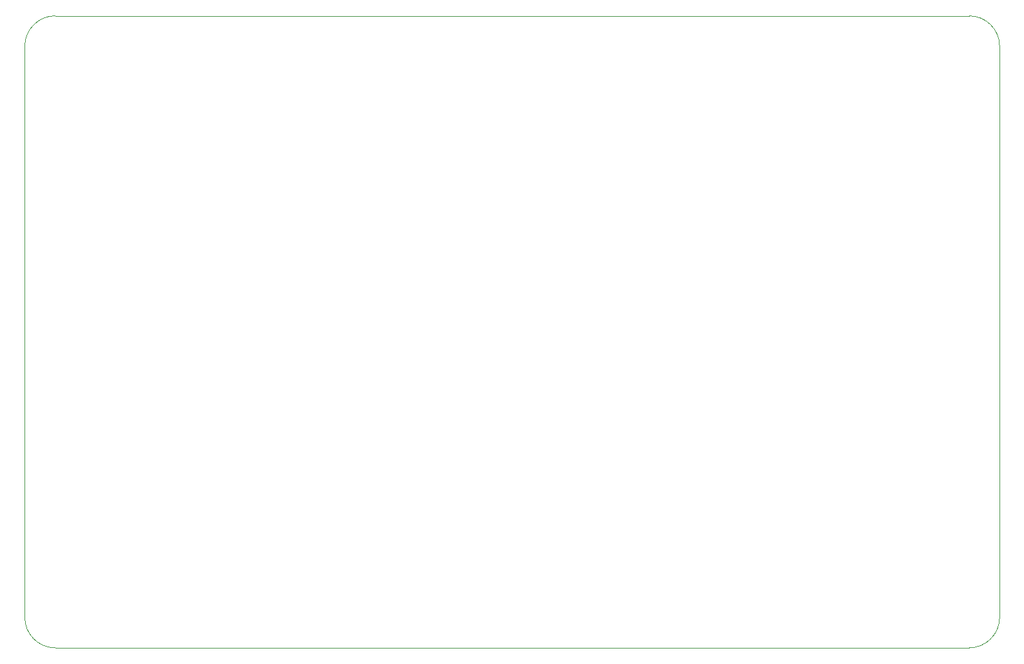
<source format=gm1>
%TF.GenerationSoftware,KiCad,Pcbnew,8.0.4*%
%TF.CreationDate,2024-08-30T09:31:55-07:00*%
%TF.ProjectId,aquarius-plus,61717561-7269-4757-932d-706c75732e6b,1*%
%TF.SameCoordinates,Original*%
%TF.FileFunction,Profile,NP*%
%FSLAX46Y46*%
G04 Gerber Fmt 4.6, Leading zero omitted, Abs format (unit mm)*
G04 Created by KiCad (PCBNEW 8.0.4) date 2024-08-30 09:31:55*
%MOMM*%
%LPD*%
G01*
G04 APERTURE LIST*
%TA.AperFunction,Profile*%
%ADD10C,0.100000*%
%TD*%
G04 APERTURE END LIST*
D10*
X81542947Y-113870509D02*
X201542947Y-113870509D01*
X77542947Y-34870509D02*
G75*
G02*
X81542947Y-30870547I3999953J9D01*
G01*
X81542947Y-113870509D02*
G75*
G02*
X77542891Y-109870509I-47J4000009D01*
G01*
X81542947Y-30870509D02*
X201542947Y-30870509D01*
X201542947Y-30870509D02*
G75*
G02*
X205542891Y-34870509I-47J-3999991D01*
G01*
X77542947Y-34870509D02*
X77542947Y-109870509D01*
X205542947Y-109870509D02*
G75*
G02*
X201542947Y-113870547I-4000047J9D01*
G01*
X205542947Y-34870509D02*
X205542947Y-109870509D01*
M02*

</source>
